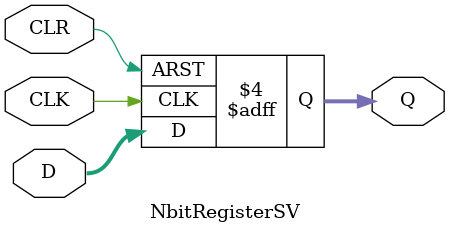
<source format=sv>

module NbitRegisterSV #(parameter N = 4)
(
	input [N-1:0] D, //declare N-bit data input
	input CLK, CLR, //declare clock and clear inputs
	output logic [N-1:0] Q //declare N-bit data output
);
always_ff @ (posedge CLK, negedge CLR) //detect change of clock or clear
	begin
		if (CLR==1'b0) Q <= 0; //register loaded with all 0’s
		else if (CLK==1'b1) Q <= D; //data input values loaded in register
	end
endmodule

</source>
